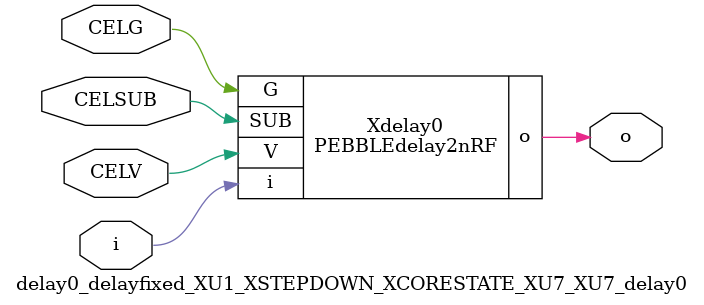
<source format=v>



module PEBBLEdelay2nRF ( o, V, G, i, SUB );

  input V;
  input i;
  input G;
  output o;
  input SUB;
endmodule

//Celera Confidential Do Not Copy delay0_delayfixed_XU1_XSTEPDOWN_XCORESTATE_XU7_XU7_delay0
//TYPE: fixed 2ns
module delay0_delayfixed_XU1_XSTEPDOWN_XCORESTATE_XU7_XU7_delay0 (i, CELV, o,
CELG,CELSUB);
input CELV;
input i;
output o;
input CELSUB;
input CELG;

//Celera Confidential Do Not Copy delayfast0
PEBBLEdelay2nRF Xdelay0(
.V (CELV),
.i (i),
.o (o),
.G (CELG),
.SUB (CELSUB)
);
//,diesize,PEBBLEdelay2nRF

//Celera Confidential Do Not Copy Module End
//Celera Schematic Generator
endmodule

</source>
